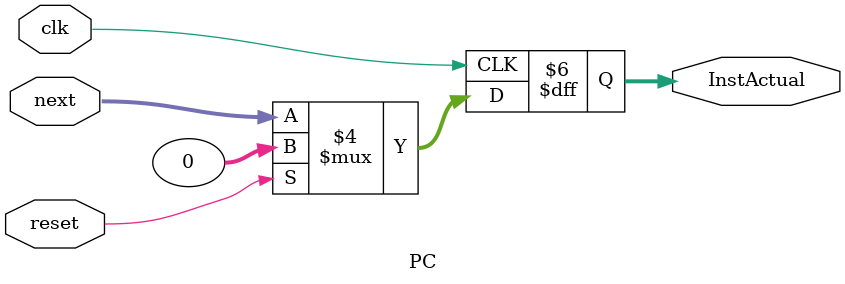
<source format=v>
`timescale 1ns/1ns
module PC(
	input clk, reset,
	input [31:0] next,
	output reg [31:0] InstActual
);

initial
begin
InstActual = 32'b0;
#5;
end

always @(posedge clk) begin
    if (reset)
        InstActual = 32'b0;  // ← Inicialización EXPLÍCITA
    else
        InstActual = next;
end

endmodule
</source>
